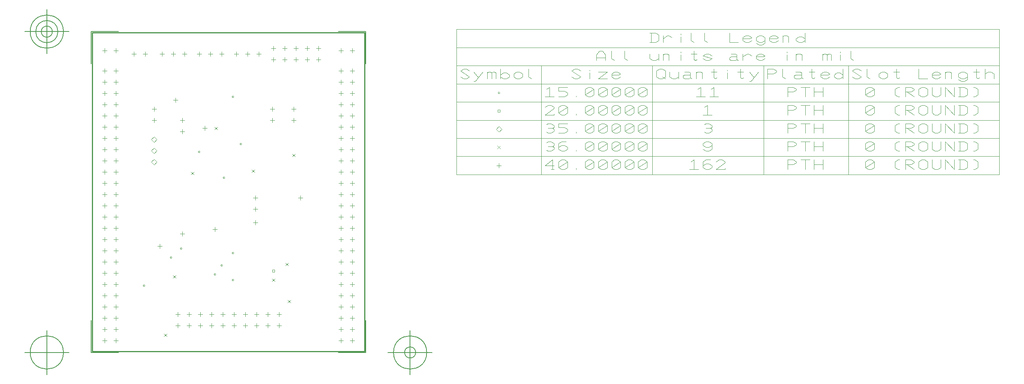
<source format=gbr>
G04 Generated by Ultiboard 13.0 *
%FSLAX25Y25*%
%MOIN*%

%ADD10C,0.00001*%
%ADD11C,0.00394*%
%ADD12C,0.00039*%
%ADD13C,0.01000*%
%ADD14C,0.00500*%


G04 ColorRGB 000000 for the following layer *
%LNDrill Symbols-Copper Top-Copper Bottom*%
%LPD*%
G54D11*
X389000Y183000D02*
X393000Y183000D01*
X391000Y181000D02*
X391000Y185000D01*
X306000Y243000D02*
X306000Y247000D01*
X304000Y245000D02*
X308000Y245000D01*
X364000Y252000D02*
X368000Y252000D01*
X366000Y250000D02*
X366000Y254000D01*
X366000Y260000D02*
X366000Y264000D01*
X364000Y262000D02*
X368000Y262000D01*
X313000Y155000D02*
X317000Y155000D01*
X315000Y153000D02*
X315000Y157000D01*
X227000Y312000D02*
X227000Y316000D01*
X225000Y314000D02*
X229000Y314000D01*
X217000Y312000D02*
X217000Y316000D01*
X215000Y314000D02*
X219000Y314000D01*
X251000Y311000D02*
X255000Y311000D01*
X253000Y309000D02*
X253000Y313000D01*
X243000Y309000D02*
X243000Y313000D01*
X241000Y311000D02*
X245000Y311000D01*
X261000Y260000D02*
X261000Y264000D01*
X259000Y262000D02*
X263000Y262000D01*
X261000Y250000D02*
X261000Y254000D01*
X259000Y252000D02*
X263000Y252000D01*
X383000Y262000D02*
X387000Y262000D01*
X385000Y260000D02*
X385000Y264000D01*
X383000Y252000D02*
X387000Y252000D01*
X385000Y250000D02*
X385000Y254000D01*
X288000Y309000D02*
X288000Y313000D01*
X286000Y311000D02*
X290000Y311000D01*
X278000Y309000D02*
X278000Y313000D01*
X276000Y311000D02*
X280000Y311000D01*
X268000Y309000D02*
X268000Y313000D01*
X266000Y311000D02*
X270000Y311000D01*
X349000Y183000D02*
X353000Y183000D01*
X351000Y181000D02*
X351000Y185000D01*
X351000Y171000D02*
X351000Y175000D01*
X349000Y173000D02*
X353000Y173000D01*
X321000Y309000D02*
X321000Y313000D01*
X319000Y311000D02*
X323000Y311000D01*
X309000Y311000D02*
X313000Y311000D01*
X311000Y309000D02*
X311000Y313000D01*
X299000Y311000D02*
X303000Y311000D01*
X301000Y309000D02*
X301000Y313000D01*
X352000Y311000D02*
X356000Y311000D01*
X354000Y309000D02*
X354000Y313000D01*
X342000Y311000D02*
X346000Y311000D01*
X344000Y309000D02*
X344000Y313000D01*
X332000Y311000D02*
X336000Y311000D01*
X334000Y309000D02*
X334000Y313000D01*
X351000Y159000D02*
X351000Y163000D01*
X349000Y161000D02*
X353000Y161000D01*
X264000Y140000D02*
X268000Y140000D01*
X266000Y138000D02*
X266000Y142000D01*
X370000Y79400D02*
X374000Y79400D01*
X372000Y77400D02*
X372000Y81400D01*
X342000Y77400D02*
X342000Y81400D01*
X340000Y79400D02*
X344000Y79400D01*
X352000Y77400D02*
X352000Y81400D01*
X350000Y79400D02*
X354000Y79400D01*
X360000Y79400D02*
X364000Y79400D01*
X362000Y77400D02*
X362000Y81400D01*
X322000Y77400D02*
X322000Y81400D01*
X320000Y79400D02*
X324000Y79400D01*
X332000Y77400D02*
X332000Y81400D01*
X330000Y79400D02*
X334000Y79400D01*
X312000Y77400D02*
X312000Y81400D01*
X310000Y79400D02*
X314000Y79400D01*
X370000Y69400D02*
X374000Y69400D01*
X372000Y67400D02*
X372000Y71400D01*
X340000Y69400D02*
X344000Y69400D01*
X342000Y67400D02*
X342000Y71400D01*
X352000Y67400D02*
X352000Y71400D01*
X350000Y69400D02*
X354000Y69400D01*
X360000Y69400D02*
X364000Y69400D01*
X362000Y67400D02*
X362000Y71400D01*
X322000Y67400D02*
X322000Y71400D01*
X320000Y69400D02*
X324000Y69400D01*
X330000Y69400D02*
X334000Y69400D01*
X332000Y67400D02*
X332000Y71400D01*
X312000Y67400D02*
X312000Y71400D01*
X310000Y69400D02*
X314000Y69400D01*
X290000Y79400D02*
X294000Y79400D01*
X292000Y77400D02*
X292000Y81400D01*
X302000Y77400D02*
X302000Y81400D01*
X300000Y79400D02*
X304000Y79400D01*
X280000Y79400D02*
X284000Y79400D01*
X282000Y77400D02*
X282000Y81400D01*
X290000Y69400D02*
X294000Y69400D01*
X292000Y67400D02*
X292000Y71400D01*
X300000Y69400D02*
X304000Y69400D01*
X302000Y67400D02*
X302000Y71400D01*
X282000Y67400D02*
X282000Y71400D01*
X280000Y69400D02*
X284000Y69400D01*
X387100Y304000D02*
X387100Y308000D01*
X385100Y306000D02*
X389100Y306000D01*
X387100Y314000D02*
X387100Y318000D01*
X385100Y316000D02*
X389100Y316000D01*
X407100Y304000D02*
X407100Y308000D01*
X405100Y306000D02*
X409100Y306000D01*
X407100Y314000D02*
X407100Y318000D01*
X405100Y316000D02*
X409100Y316000D01*
X395100Y306000D02*
X399100Y306000D01*
X397100Y304000D02*
X397100Y308000D01*
X397100Y314000D02*
X397100Y318000D01*
X395100Y316000D02*
X399100Y316000D01*
X365100Y316000D02*
X369100Y316000D01*
X367100Y314000D02*
X367100Y318000D01*
X365100Y306000D02*
X369100Y306000D01*
X367100Y304000D02*
X367100Y308000D01*
X375100Y306000D02*
X379100Y306000D01*
X377100Y304000D02*
X377100Y308000D01*
X377100Y314000D02*
X377100Y318000D01*
X375100Y316000D02*
X379100Y316000D01*
X225000Y146000D02*
X229000Y146000D01*
X227000Y144000D02*
X227000Y148000D01*
X217000Y144000D02*
X217000Y148000D01*
X215000Y146000D02*
X219000Y146000D01*
X227000Y84000D02*
X227000Y88000D01*
X225000Y86000D02*
X229000Y86000D01*
X217000Y84000D02*
X217000Y88000D01*
X215000Y86000D02*
X219000Y86000D01*
X225000Y66000D02*
X229000Y66000D01*
X227000Y64000D02*
X227000Y68000D01*
X227000Y54000D02*
X227000Y58000D01*
X225000Y56000D02*
X229000Y56000D01*
X227000Y74000D02*
X227000Y78000D01*
X225000Y76000D02*
X229000Y76000D01*
X217000Y54000D02*
X217000Y58000D01*
X215000Y56000D02*
X219000Y56000D01*
X217000Y64000D02*
X217000Y68000D01*
X215000Y66000D02*
X219000Y66000D01*
X217000Y74000D02*
X217000Y78000D01*
X215000Y76000D02*
X219000Y76000D01*
X225000Y116000D02*
X229000Y116000D01*
X227000Y114000D02*
X227000Y118000D01*
X225000Y96000D02*
X229000Y96000D01*
X227000Y94000D02*
X227000Y98000D01*
X225000Y106000D02*
X229000Y106000D01*
X227000Y104000D02*
X227000Y108000D01*
X225000Y126000D02*
X229000Y126000D01*
X227000Y124000D02*
X227000Y128000D01*
X227000Y134000D02*
X227000Y138000D01*
X225000Y136000D02*
X229000Y136000D01*
X215000Y116000D02*
X219000Y116000D01*
X217000Y114000D02*
X217000Y118000D01*
X215000Y106000D02*
X219000Y106000D01*
X217000Y104000D02*
X217000Y108000D01*
X217000Y94000D02*
X217000Y98000D01*
X215000Y96000D02*
X219000Y96000D01*
X215000Y136000D02*
X219000Y136000D01*
X217000Y134000D02*
X217000Y138000D01*
X215000Y126000D02*
X219000Y126000D01*
X217000Y124000D02*
X217000Y128000D01*
X227000Y274000D02*
X227000Y278000D01*
X225000Y276000D02*
X229000Y276000D01*
X217000Y274000D02*
X217000Y278000D01*
X215000Y276000D02*
X219000Y276000D01*
X227000Y214000D02*
X227000Y218000D01*
X225000Y216000D02*
X229000Y216000D01*
X217000Y214000D02*
X217000Y218000D01*
X215000Y216000D02*
X219000Y216000D01*
X227000Y204000D02*
X227000Y208000D01*
X225000Y206000D02*
X229000Y206000D01*
X227000Y174000D02*
X227000Y178000D01*
X225000Y176000D02*
X229000Y176000D01*
X225000Y156000D02*
X229000Y156000D01*
X227000Y154000D02*
X227000Y158000D01*
X225000Y166000D02*
X229000Y166000D01*
X227000Y164000D02*
X227000Y168000D01*
X225000Y196000D02*
X229000Y196000D01*
X227000Y194000D02*
X227000Y198000D01*
X227000Y184000D02*
X227000Y188000D01*
X225000Y186000D02*
X229000Y186000D01*
X217000Y164000D02*
X217000Y168000D01*
X215000Y166000D02*
X219000Y166000D01*
X215000Y156000D02*
X219000Y156000D01*
X217000Y154000D02*
X217000Y158000D01*
X217000Y174000D02*
X217000Y178000D01*
X215000Y176000D02*
X219000Y176000D01*
X217000Y194000D02*
X217000Y198000D01*
X215000Y196000D02*
X219000Y196000D01*
X217000Y184000D02*
X217000Y188000D01*
X215000Y186000D02*
X219000Y186000D01*
X217000Y204000D02*
X217000Y208000D01*
X215000Y206000D02*
X219000Y206000D01*
X225000Y236000D02*
X229000Y236000D01*
X227000Y234000D02*
X227000Y238000D01*
X225000Y226000D02*
X229000Y226000D01*
X227000Y224000D02*
X227000Y228000D01*
X225000Y256000D02*
X229000Y256000D01*
X227000Y254000D02*
X227000Y258000D01*
X227000Y244000D02*
X227000Y248000D01*
X225000Y246000D02*
X229000Y246000D01*
X225000Y266000D02*
X229000Y266000D01*
X227000Y264000D02*
X227000Y268000D01*
X217000Y244000D02*
X217000Y248000D01*
X215000Y246000D02*
X219000Y246000D01*
X215000Y226000D02*
X219000Y226000D01*
X217000Y224000D02*
X217000Y228000D01*
X215000Y236000D02*
X219000Y236000D01*
X217000Y234000D02*
X217000Y238000D01*
X215000Y256000D02*
X219000Y256000D01*
X217000Y254000D02*
X217000Y258000D01*
X217000Y264000D02*
X217000Y268000D01*
X215000Y266000D02*
X219000Y266000D01*
X227000Y284000D02*
X227000Y288000D01*
X225000Y286000D02*
X229000Y286000D01*
X225000Y296000D02*
X229000Y296000D01*
X227000Y294000D02*
X227000Y298000D01*
X217000Y284000D02*
X217000Y288000D01*
X215000Y286000D02*
X219000Y286000D01*
X215000Y296000D02*
X219000Y296000D01*
X217000Y294000D02*
X217000Y298000D01*
X427000Y54000D02*
X427000Y58000D01*
X425000Y56000D02*
X429000Y56000D01*
X437000Y54000D02*
X437000Y58000D01*
X435000Y56000D02*
X439000Y56000D01*
X427000Y64000D02*
X427000Y68000D01*
X425000Y66000D02*
X429000Y66000D01*
X435000Y66000D02*
X439000Y66000D01*
X437000Y64000D02*
X437000Y68000D01*
X427000Y74000D02*
X427000Y78000D01*
X425000Y76000D02*
X429000Y76000D01*
X435000Y76000D02*
X439000Y76000D01*
X437000Y74000D02*
X437000Y78000D01*
X425000Y86000D02*
X429000Y86000D01*
X427000Y84000D02*
X427000Y88000D01*
X435000Y86000D02*
X439000Y86000D01*
X437000Y84000D02*
X437000Y88000D01*
X427000Y94000D02*
X427000Y98000D01*
X425000Y96000D02*
X429000Y96000D01*
X435000Y96000D02*
X439000Y96000D01*
X437000Y94000D02*
X437000Y98000D01*
X437000Y144000D02*
X437000Y148000D01*
X435000Y146000D02*
X439000Y146000D01*
X425000Y146000D02*
X429000Y146000D01*
X427000Y144000D02*
X427000Y148000D01*
X437000Y114000D02*
X437000Y118000D01*
X435000Y116000D02*
X439000Y116000D01*
X435000Y106000D02*
X439000Y106000D01*
X437000Y104000D02*
X437000Y108000D01*
X437000Y124000D02*
X437000Y128000D01*
X435000Y126000D02*
X439000Y126000D01*
X437000Y134000D02*
X437000Y138000D01*
X435000Y136000D02*
X439000Y136000D01*
X425000Y116000D02*
X429000Y116000D01*
X427000Y114000D02*
X427000Y118000D01*
X425000Y106000D02*
X429000Y106000D01*
X427000Y104000D02*
X427000Y108000D01*
X427000Y134000D02*
X427000Y138000D01*
X425000Y136000D02*
X429000Y136000D01*
X427000Y124000D02*
X427000Y128000D01*
X425000Y126000D02*
X429000Y126000D01*
X435000Y276000D02*
X439000Y276000D01*
X437000Y274000D02*
X437000Y278000D01*
X427000Y274000D02*
X427000Y278000D01*
X425000Y276000D02*
X429000Y276000D01*
X437000Y214000D02*
X437000Y218000D01*
X435000Y216000D02*
X439000Y216000D01*
X427000Y214000D02*
X427000Y218000D01*
X425000Y216000D02*
X429000Y216000D01*
X437000Y204000D02*
X437000Y208000D01*
X435000Y206000D02*
X439000Y206000D01*
X435000Y176000D02*
X439000Y176000D01*
X437000Y174000D02*
X437000Y178000D01*
X437000Y154000D02*
X437000Y158000D01*
X435000Y156000D02*
X439000Y156000D01*
X437000Y164000D02*
X437000Y168000D01*
X435000Y166000D02*
X439000Y166000D01*
X437000Y194000D02*
X437000Y198000D01*
X435000Y196000D02*
X439000Y196000D01*
X437000Y184000D02*
X437000Y188000D01*
X435000Y186000D02*
X439000Y186000D01*
X425000Y166000D02*
X429000Y166000D01*
X427000Y164000D02*
X427000Y168000D01*
X427000Y154000D02*
X427000Y158000D01*
X425000Y156000D02*
X429000Y156000D01*
X425000Y176000D02*
X429000Y176000D01*
X427000Y174000D02*
X427000Y178000D01*
X425000Y196000D02*
X429000Y196000D01*
X427000Y194000D02*
X427000Y198000D01*
X427000Y184000D02*
X427000Y188000D01*
X425000Y186000D02*
X429000Y186000D01*
X425000Y206000D02*
X429000Y206000D01*
X427000Y204000D02*
X427000Y208000D01*
X437000Y234000D02*
X437000Y238000D01*
X435000Y236000D02*
X439000Y236000D01*
X437000Y224000D02*
X437000Y228000D01*
X435000Y226000D02*
X439000Y226000D01*
X437000Y254000D02*
X437000Y258000D01*
X435000Y256000D02*
X439000Y256000D01*
X435000Y246000D02*
X439000Y246000D01*
X437000Y244000D02*
X437000Y248000D01*
X437000Y264000D02*
X437000Y268000D01*
X435000Y266000D02*
X439000Y266000D01*
X425000Y246000D02*
X429000Y246000D01*
X427000Y244000D02*
X427000Y248000D01*
X425000Y226000D02*
X429000Y226000D01*
X427000Y224000D02*
X427000Y228000D01*
X427000Y234000D02*
X427000Y238000D01*
X425000Y236000D02*
X429000Y236000D01*
X425000Y256000D02*
X429000Y256000D01*
X427000Y254000D02*
X427000Y258000D01*
X425000Y266000D02*
X429000Y266000D01*
X427000Y264000D02*
X427000Y268000D01*
X435000Y286000D02*
X439000Y286000D01*
X437000Y284000D02*
X437000Y288000D01*
X435000Y296000D02*
X439000Y296000D01*
X437000Y294000D02*
X437000Y298000D01*
X425000Y286000D02*
X429000Y286000D01*
X427000Y284000D02*
X427000Y288000D01*
X427000Y294000D02*
X427000Y298000D01*
X425000Y296000D02*
X429000Y296000D01*
X425000Y314000D02*
X429000Y314000D01*
X427000Y312000D02*
X427000Y316000D01*
X435000Y314000D02*
X439000Y314000D01*
X437000Y312000D02*
X437000Y316000D01*
X280000Y268000D02*
X280000Y272000D01*
X278000Y270000D02*
X282000Y270000D01*
X284000Y151000D02*
X288000Y151000D01*
X286000Y149000D02*
X286000Y153000D01*
X286000Y240000D02*
X286000Y244000D01*
X284000Y242000D02*
X288000Y242000D01*
X284000Y252000D02*
X288000Y252000D01*
X286000Y250000D02*
X286000Y254000D01*
X565433Y211906D02*
X569433Y211906D01*
X567433Y209906D02*
X567433Y213906D01*
X616383Y211906D02*
X608509Y211906D01*
X615071Y216967D01*
X615071Y208531D01*
X613759Y208531D02*
X616383Y208531D01*
X620320Y215280D02*
X622945Y216967D01*
X625570Y216967D01*
X628194Y215280D01*
X628194Y210218D01*
X625570Y208531D01*
X622945Y208531D01*
X620320Y210218D01*
X620320Y215280D01*
X628194Y215280D02*
X620320Y210218D01*
X636068Y208531D02*
X636068Y209375D01*
X643942Y215280D02*
X646567Y216967D01*
X649192Y216967D01*
X651816Y215280D01*
X651816Y210218D01*
X649192Y208531D01*
X646567Y208531D01*
X643942Y210218D01*
X643942Y215280D01*
X651816Y215280D02*
X643942Y210218D01*
X655753Y215280D02*
X658378Y216967D01*
X661003Y216967D01*
X663627Y215280D01*
X663627Y210218D01*
X661003Y208531D01*
X658378Y208531D01*
X655753Y210218D01*
X655753Y215280D01*
X663627Y215280D02*
X655753Y210218D01*
X667564Y215280D02*
X670189Y216967D01*
X672814Y216967D01*
X675438Y215280D01*
X675438Y210218D01*
X672814Y208531D01*
X670189Y208531D01*
X667564Y210218D01*
X667564Y215280D01*
X675438Y215280D02*
X667564Y210218D01*
X679375Y215280D02*
X682000Y216967D01*
X684625Y216967D01*
X687249Y215280D01*
X687249Y210218D01*
X684625Y208531D01*
X682000Y208531D01*
X679375Y210218D01*
X679375Y215280D01*
X687249Y215280D02*
X679375Y210218D01*
X691186Y215280D02*
X693811Y216967D01*
X696436Y216967D01*
X699060Y215280D01*
X699060Y210218D01*
X696436Y208531D01*
X693811Y208531D01*
X691186Y210218D01*
X691186Y215280D01*
X699060Y215280D02*
X691186Y210218D01*
X738168Y215280D02*
X740793Y216967D01*
X740793Y208531D01*
X736856Y208531D02*
X744730Y208531D01*
X755228Y216967D02*
X751291Y216967D01*
X748667Y215280D01*
X748667Y211906D01*
X748667Y210218D01*
X751291Y208531D01*
X753916Y208531D01*
X756541Y210218D01*
X756541Y211906D01*
X753916Y213593D01*
X751291Y213593D01*
X748667Y211906D01*
X760478Y215280D02*
X763102Y216967D01*
X765727Y216967D01*
X768352Y215280D01*
X768352Y214436D01*
X760478Y208531D01*
X768352Y208531D01*
X768352Y209375D01*
X823864Y208531D02*
X823864Y216967D01*
X829113Y216967D01*
X831738Y215280D01*
X831738Y214436D01*
X829113Y212749D01*
X823864Y212749D01*
X839612Y208531D02*
X839612Y216967D01*
X835675Y216967D02*
X843549Y216967D01*
X847486Y208531D02*
X847486Y216967D01*
X855360Y208531D02*
X855360Y216967D01*
X847486Y212749D02*
X855360Y212749D01*
X893155Y215280D02*
X895780Y216967D01*
X898404Y216967D01*
X901029Y215280D01*
X901029Y210218D01*
X898404Y208531D01*
X895780Y208531D01*
X893155Y210218D01*
X893155Y215280D01*
X901029Y215280D02*
X893155Y210218D01*
X923339Y208531D02*
X922026Y208531D01*
X919402Y210218D01*
X919402Y215280D01*
X922026Y216967D01*
X923339Y216967D01*
X928588Y208531D02*
X928588Y216967D01*
X933837Y216967D01*
X936462Y215280D01*
X936462Y214436D01*
X933837Y212749D01*
X928588Y212749D01*
X929900Y212749D02*
X936462Y208531D01*
X940399Y210218D02*
X943024Y208531D01*
X945648Y208531D01*
X948273Y210218D01*
X948273Y215280D01*
X945648Y216967D01*
X943024Y216967D01*
X940399Y215280D01*
X940399Y210218D01*
X952210Y216967D02*
X952210Y210218D01*
X954835Y208531D01*
X957459Y208531D01*
X960084Y210218D01*
X960084Y216967D01*
X964021Y208531D02*
X964021Y216967D01*
X971895Y208531D01*
X971895Y216967D01*
X975832Y208531D02*
X981081Y208531D01*
X983706Y210218D01*
X983706Y215280D01*
X981081Y216967D01*
X975832Y216967D01*
X977144Y216967D02*
X977144Y208531D01*
X988955Y216967D02*
X990268Y216967D01*
X992892Y215280D01*
X992892Y210218D01*
X990268Y208531D01*
X988955Y208531D01*
X609822Y232265D02*
X611134Y233109D01*
X613759Y233109D01*
X616383Y231422D01*
X616383Y229735D01*
X615071Y228891D01*
X616383Y228047D01*
X616383Y226360D01*
X613759Y224673D01*
X611134Y224673D01*
X609822Y225516D01*
X611134Y228891D02*
X615071Y228891D01*
X626882Y233109D02*
X622945Y233109D01*
X620320Y231422D01*
X620320Y228047D01*
X620320Y226360D01*
X622945Y224673D01*
X625570Y224673D01*
X628194Y226360D01*
X628194Y228047D01*
X625570Y229735D01*
X622945Y229735D01*
X620320Y228047D01*
X636068Y224673D02*
X636068Y225516D01*
X643942Y231422D02*
X646567Y233109D01*
X649192Y233109D01*
X651816Y231422D01*
X651816Y226360D01*
X649192Y224673D01*
X646567Y224673D01*
X643942Y226360D01*
X643942Y231422D01*
X651816Y231422D02*
X643942Y226360D01*
X655753Y231422D02*
X658378Y233109D01*
X661003Y233109D01*
X663627Y231422D01*
X663627Y226360D01*
X661003Y224673D01*
X658378Y224673D01*
X655753Y226360D01*
X655753Y231422D01*
X663627Y231422D02*
X655753Y226360D01*
X667564Y231422D02*
X670189Y233109D01*
X672814Y233109D01*
X675438Y231422D01*
X675438Y226360D01*
X672814Y224673D01*
X670189Y224673D01*
X667564Y226360D01*
X667564Y231422D01*
X675438Y231422D02*
X667564Y226360D01*
X679375Y231422D02*
X682000Y233109D01*
X684625Y233109D01*
X687249Y231422D01*
X687249Y226360D01*
X684625Y224673D01*
X682000Y224673D01*
X679375Y226360D01*
X679375Y231422D01*
X687249Y231422D02*
X679375Y226360D01*
X691186Y231422D02*
X693811Y233109D01*
X696436Y233109D01*
X699060Y231422D01*
X699060Y226360D01*
X696436Y224673D01*
X693811Y224673D01*
X691186Y226360D01*
X691186Y231422D01*
X699060Y231422D02*
X691186Y226360D01*
X748667Y226360D02*
X751291Y224673D01*
X753916Y224673D01*
X756541Y226360D01*
X756541Y229735D01*
X756541Y231422D01*
X753916Y233109D01*
X751291Y233109D01*
X748667Y231422D01*
X748667Y229735D01*
X751291Y228047D01*
X753916Y228047D01*
X756541Y229735D01*
X823864Y224673D02*
X823864Y233109D01*
X829113Y233109D01*
X831738Y231422D01*
X831738Y230578D01*
X829113Y228891D01*
X823864Y228891D01*
X839612Y224673D02*
X839612Y233109D01*
X835675Y233109D02*
X843549Y233109D01*
X847486Y224673D02*
X847486Y233109D01*
X855360Y224673D02*
X855360Y233109D01*
X847486Y228891D02*
X855360Y228891D01*
X893155Y231422D02*
X895780Y233109D01*
X898404Y233109D01*
X901029Y231422D01*
X901029Y226360D01*
X898404Y224673D01*
X895780Y224673D01*
X893155Y226360D01*
X893155Y231422D01*
X901029Y231422D02*
X893155Y226360D01*
X923339Y224673D02*
X922026Y224673D01*
X919402Y226360D01*
X919402Y231422D01*
X922026Y233109D01*
X923339Y233109D01*
X928588Y224673D02*
X928588Y233109D01*
X933837Y233109D01*
X936462Y231422D01*
X936462Y230578D01*
X933837Y228891D01*
X928588Y228891D01*
X929900Y228891D02*
X936462Y224673D01*
X940399Y226360D02*
X943024Y224673D01*
X945648Y224673D01*
X948273Y226360D01*
X948273Y231422D01*
X945648Y233109D01*
X943024Y233109D01*
X940399Y231422D01*
X940399Y226360D01*
X952210Y233109D02*
X952210Y226360D01*
X954835Y224673D01*
X957459Y224673D01*
X960084Y226360D01*
X960084Y233109D01*
X964021Y224673D02*
X964021Y233109D01*
X971895Y224673D01*
X971895Y233109D01*
X975832Y224673D02*
X981081Y224673D01*
X983706Y226360D01*
X983706Y231422D01*
X981081Y233109D01*
X975832Y233109D01*
X977144Y233109D02*
X977144Y224673D01*
X988955Y233109D02*
X990268Y233109D01*
X992892Y231422D01*
X992892Y226360D01*
X990268Y224673D01*
X988955Y224673D01*
X609822Y248407D02*
X611134Y249251D01*
X613759Y249251D01*
X616383Y247564D01*
X616383Y245876D01*
X615071Y245033D01*
X616383Y244189D01*
X616383Y242502D01*
X613759Y240814D01*
X611134Y240814D01*
X609822Y241658D01*
X611134Y245033D02*
X615071Y245033D01*
X628194Y249251D02*
X620320Y249251D01*
X620320Y245876D01*
X625570Y245876D01*
X628194Y244189D01*
X628194Y242502D01*
X625570Y240814D01*
X620320Y240814D01*
X636068Y240814D02*
X636068Y241658D01*
X643942Y247564D02*
X646567Y249251D01*
X649192Y249251D01*
X651816Y247564D01*
X651816Y242502D01*
X649192Y240814D01*
X646567Y240814D01*
X643942Y242502D01*
X643942Y247564D01*
X651816Y247564D02*
X643942Y242502D01*
X655753Y247564D02*
X658378Y249251D01*
X661003Y249251D01*
X663627Y247564D01*
X663627Y242502D01*
X661003Y240814D01*
X658378Y240814D01*
X655753Y242502D01*
X655753Y247564D01*
X663627Y247564D02*
X655753Y242502D01*
X667564Y247564D02*
X670189Y249251D01*
X672814Y249251D01*
X675438Y247564D01*
X675438Y242502D01*
X672814Y240814D01*
X670189Y240814D01*
X667564Y242502D01*
X667564Y247564D01*
X675438Y247564D02*
X667564Y242502D01*
X679375Y247564D02*
X682000Y249251D01*
X684625Y249251D01*
X687249Y247564D01*
X687249Y242502D01*
X684625Y240814D01*
X682000Y240814D01*
X679375Y242502D01*
X679375Y247564D01*
X687249Y247564D02*
X679375Y242502D01*
X691186Y247564D02*
X693811Y249251D01*
X696436Y249251D01*
X699060Y247564D01*
X699060Y242502D01*
X696436Y240814D01*
X693811Y240814D01*
X691186Y242502D01*
X691186Y247564D01*
X699060Y247564D02*
X691186Y242502D01*
X749979Y248407D02*
X751291Y249251D01*
X753916Y249251D01*
X756541Y247564D01*
X756541Y245876D01*
X755228Y245033D01*
X756541Y244189D01*
X756541Y242502D01*
X753916Y240814D01*
X751291Y240814D01*
X749979Y241658D01*
X751291Y245033D02*
X755228Y245033D01*
X823864Y240814D02*
X823864Y249251D01*
X829113Y249251D01*
X831738Y247564D01*
X831738Y246720D01*
X829113Y245033D01*
X823864Y245033D01*
X839612Y240814D02*
X839612Y249251D01*
X835675Y249251D02*
X843549Y249251D01*
X847486Y240814D02*
X847486Y249251D01*
X855360Y240814D02*
X855360Y249251D01*
X847486Y245033D02*
X855360Y245033D01*
X893155Y247564D02*
X895780Y249251D01*
X898404Y249251D01*
X901029Y247564D01*
X901029Y242502D01*
X898404Y240814D01*
X895780Y240814D01*
X893155Y242502D01*
X893155Y247564D01*
X901029Y247564D02*
X893155Y242502D01*
X923339Y240814D02*
X922026Y240814D01*
X919402Y242502D01*
X919402Y247564D01*
X922026Y249251D01*
X923339Y249251D01*
X928588Y240814D02*
X928588Y249251D01*
X933837Y249251D01*
X936462Y247564D01*
X936462Y246720D01*
X933837Y245033D01*
X928588Y245033D01*
X929900Y245033D02*
X936462Y240814D01*
X940399Y242502D02*
X943024Y240814D01*
X945648Y240814D01*
X948273Y242502D01*
X948273Y247564D01*
X945648Y249251D01*
X943024Y249251D01*
X940399Y247564D01*
X940399Y242502D01*
X952210Y249251D02*
X952210Y242502D01*
X954835Y240814D01*
X957459Y240814D01*
X960084Y242502D01*
X960084Y249251D01*
X964021Y240814D02*
X964021Y249251D01*
X971895Y240814D01*
X971895Y249251D01*
X975832Y240814D02*
X981081Y240814D01*
X983706Y242502D01*
X983706Y247564D01*
X981081Y249251D01*
X975832Y249251D01*
X977144Y249251D02*
X977144Y240814D01*
X988955Y249251D02*
X990268Y249251D01*
X992892Y247564D01*
X992892Y242502D01*
X990268Y240814D01*
X988955Y240814D01*
X608509Y263705D02*
X611134Y265393D01*
X613759Y265393D01*
X616383Y263705D01*
X616383Y262862D01*
X608509Y256956D01*
X616383Y256956D01*
X616383Y257800D01*
X620320Y263705D02*
X622945Y265393D01*
X625570Y265393D01*
X628194Y263705D01*
X628194Y258643D01*
X625570Y256956D01*
X622945Y256956D01*
X620320Y258643D01*
X620320Y263705D01*
X628194Y263705D02*
X620320Y258643D01*
X636068Y256956D02*
X636068Y257800D01*
X643942Y263705D02*
X646567Y265393D01*
X649192Y265393D01*
X651816Y263705D01*
X651816Y258643D01*
X649192Y256956D01*
X646567Y256956D01*
X643942Y258643D01*
X643942Y263705D01*
X651816Y263705D02*
X643942Y258643D01*
X655753Y263705D02*
X658378Y265393D01*
X661003Y265393D01*
X663627Y263705D01*
X663627Y258643D01*
X661003Y256956D01*
X658378Y256956D01*
X655753Y258643D01*
X655753Y263705D01*
X663627Y263705D02*
X655753Y258643D01*
X667564Y263705D02*
X670189Y265393D01*
X672814Y265393D01*
X675438Y263705D01*
X675438Y258643D01*
X672814Y256956D01*
X670189Y256956D01*
X667564Y258643D01*
X667564Y263705D01*
X675438Y263705D02*
X667564Y258643D01*
X679375Y263705D02*
X682000Y265393D01*
X684625Y265393D01*
X687249Y263705D01*
X687249Y258643D01*
X684625Y256956D01*
X682000Y256956D01*
X679375Y258643D01*
X679375Y263705D01*
X687249Y263705D02*
X679375Y258643D01*
X691186Y263705D02*
X693811Y265393D01*
X696436Y265393D01*
X699060Y263705D01*
X699060Y258643D01*
X696436Y256956D01*
X693811Y256956D01*
X691186Y258643D01*
X691186Y263705D01*
X699060Y263705D02*
X691186Y258643D01*
X749979Y263705D02*
X752604Y265393D01*
X752604Y256956D01*
X748667Y256956D02*
X756541Y256956D01*
X823864Y256956D02*
X823864Y265393D01*
X829113Y265393D01*
X831738Y263705D01*
X831738Y262862D01*
X829113Y261174D01*
X823864Y261174D01*
X839612Y256956D02*
X839612Y265393D01*
X835675Y265393D02*
X843549Y265393D01*
X847486Y256956D02*
X847486Y265393D01*
X855360Y256956D02*
X855360Y265393D01*
X847486Y261174D02*
X855360Y261174D01*
X893155Y263705D02*
X895780Y265393D01*
X898404Y265393D01*
X901029Y263705D01*
X901029Y258643D01*
X898404Y256956D01*
X895780Y256956D01*
X893155Y258643D01*
X893155Y263705D01*
X901029Y263705D02*
X893155Y258643D01*
X923339Y256956D02*
X922026Y256956D01*
X919402Y258643D01*
X919402Y263705D01*
X922026Y265393D01*
X923339Y265393D01*
X928588Y256956D02*
X928588Y265393D01*
X933837Y265393D01*
X936462Y263705D01*
X936462Y262862D01*
X933837Y261174D01*
X928588Y261174D01*
X929900Y261174D02*
X936462Y256956D01*
X940399Y258643D02*
X943024Y256956D01*
X945648Y256956D01*
X948273Y258643D01*
X948273Y263705D01*
X945648Y265393D01*
X943024Y265393D01*
X940399Y263705D01*
X940399Y258643D01*
X952210Y265393D02*
X952210Y258643D01*
X954835Y256956D01*
X957459Y256956D01*
X960084Y258643D01*
X960084Y265393D01*
X964021Y256956D02*
X964021Y265393D01*
X971895Y256956D01*
X971895Y265393D01*
X975832Y256956D02*
X981081Y256956D01*
X983706Y258643D01*
X983706Y263705D01*
X981081Y265393D01*
X975832Y265393D01*
X977144Y265393D02*
X977144Y256956D01*
X988955Y265393D02*
X990268Y265393D01*
X992892Y263705D01*
X992892Y258643D01*
X990268Y256956D01*
X988955Y256956D01*
X609822Y279847D02*
X612446Y281534D01*
X612446Y273098D01*
X608509Y273098D02*
X616383Y273098D01*
X628194Y281534D02*
X620320Y281534D01*
X620320Y278160D01*
X625570Y278160D01*
X628194Y276472D01*
X628194Y274785D01*
X625570Y273098D01*
X620320Y273098D01*
X636068Y273098D02*
X636068Y273942D01*
X643942Y279847D02*
X646567Y281534D01*
X649192Y281534D01*
X651816Y279847D01*
X651816Y274785D01*
X649192Y273098D01*
X646567Y273098D01*
X643942Y274785D01*
X643942Y279847D01*
X651816Y279847D02*
X643942Y274785D01*
X655753Y279847D02*
X658378Y281534D01*
X661003Y281534D01*
X663627Y279847D01*
X663627Y274785D01*
X661003Y273098D01*
X658378Y273098D01*
X655753Y274785D01*
X655753Y279847D01*
X663627Y279847D02*
X655753Y274785D01*
X667564Y279847D02*
X670189Y281534D01*
X672814Y281534D01*
X675438Y279847D01*
X675438Y274785D01*
X672814Y273098D01*
X670189Y273098D01*
X667564Y274785D01*
X667564Y279847D01*
X675438Y279847D02*
X667564Y274785D01*
X679375Y279847D02*
X682000Y281534D01*
X684625Y281534D01*
X687249Y279847D01*
X687249Y274785D01*
X684625Y273098D01*
X682000Y273098D01*
X679375Y274785D01*
X679375Y279847D01*
X687249Y279847D02*
X679375Y274785D01*
X691186Y279847D02*
X693811Y281534D01*
X696436Y281534D01*
X699060Y279847D01*
X699060Y274785D01*
X696436Y273098D01*
X693811Y273098D01*
X691186Y274785D01*
X691186Y279847D01*
X699060Y279847D02*
X691186Y274785D01*
X744073Y279847D02*
X746698Y281534D01*
X746698Y273098D01*
X742761Y273098D02*
X750635Y273098D01*
X755885Y279847D02*
X758509Y281534D01*
X758509Y273098D01*
X754572Y273098D02*
X762446Y273098D01*
X823864Y273098D02*
X823864Y281534D01*
X829113Y281534D01*
X831738Y279847D01*
X831738Y279003D01*
X829113Y277316D01*
X823864Y277316D01*
X839612Y273098D02*
X839612Y281534D01*
X835675Y281534D02*
X843549Y281534D01*
X847486Y273098D02*
X847486Y281534D01*
X855360Y273098D02*
X855360Y281534D01*
X847486Y277316D02*
X855360Y277316D01*
X893155Y279847D02*
X895780Y281534D01*
X898404Y281534D01*
X901029Y279847D01*
X901029Y274785D01*
X898404Y273098D01*
X895780Y273098D01*
X893155Y274785D01*
X893155Y279847D01*
X901029Y279847D02*
X893155Y274785D01*
X923339Y273098D02*
X922026Y273098D01*
X919402Y274785D01*
X919402Y279847D01*
X922026Y281534D01*
X923339Y281534D01*
X928588Y273098D02*
X928588Y281534D01*
X933837Y281534D01*
X936462Y279847D01*
X936462Y279003D01*
X933837Y277316D01*
X928588Y277316D01*
X929900Y277316D02*
X936462Y273098D01*
X940399Y274785D02*
X943024Y273098D01*
X945648Y273098D01*
X948273Y274785D01*
X948273Y279847D01*
X945648Y281534D01*
X943024Y281534D01*
X940399Y279847D01*
X940399Y274785D01*
X952210Y281534D02*
X952210Y274785D01*
X954835Y273098D01*
X957459Y273098D01*
X960084Y274785D01*
X960084Y281534D01*
X964021Y273098D02*
X964021Y281534D01*
X971895Y273098D01*
X971895Y281534D01*
X975832Y273098D02*
X981081Y273098D01*
X983706Y274785D01*
X983706Y279847D01*
X981081Y281534D01*
X975832Y281534D01*
X977144Y281534D02*
X977144Y273098D01*
X988955Y281534D02*
X990268Y281534D01*
X992892Y279847D01*
X992892Y274785D01*
X990268Y273098D01*
X988955Y273098D01*
G54D12*
X293727Y206273D02*
X296273Y203727D01*
X293727Y203727D02*
X296273Y206273D01*
X347727Y205727D02*
X350273Y208273D01*
X347727Y208273D02*
X350273Y205727D01*
X337250Y231000D02*
G75*
D01*
G02X337250Y231000I750J0*
G01*
X314727Y246273D02*
X317273Y243727D01*
X314727Y243727D02*
X317273Y246273D01*
X330250Y273000D02*
G75*
D01*
G02X330250Y273000I750J0*
G01*
X322250Y201000D02*
G75*
D01*
G02X322250Y201000I750J0*
G01*
X383727Y219727D02*
X386273Y222273D01*
X383727Y222273D02*
X386273Y219727D01*
X275250Y130000D02*
G75*
D01*
G02X275250Y130000I750J0*
G01*
X379727Y89727D02*
X382273Y92273D01*
X379727Y92273D02*
X382273Y89727D01*
X330250Y110000D02*
G75*
D01*
G02X330250Y110000I750J0*
G01*
X365727Y108727D02*
X368273Y111273D01*
X365727Y111273D02*
X368273Y108727D01*
X377727Y125273D02*
X380273Y122727D01*
X377727Y122727D02*
X380273Y125273D01*
X284250Y138000D02*
G75*
D01*
G02X284250Y138000I750J0*
G01*
X320250Y123000D02*
G75*
D01*
G02X320250Y123000I750J0*
G01*
X314250Y115000D02*
G75*
D01*
G02X314250Y115000I750J0*
G01*
X277727Y111727D02*
X280273Y114273D01*
X277727Y114273D02*
X280273Y111727D01*
X366000Y117000D02*
X368000Y117000D01*
X368000Y119000D01*
X366000Y119000D01*
X366000Y117000D01*
X251250Y105000D02*
G75*
D01*
G02X251250Y105000I750J0*
G01*
X330250Y134000D02*
G75*
D01*
G02X330250Y134000I750J0*
G01*
X269727Y59727D02*
X272273Y62273D01*
X269727Y62273D02*
X272273Y59727D01*
X300250Y224000D02*
G75*
D01*
G02X300250Y224000I750J0*
G01*
X261000Y212525D02*
X263475Y215000D01*
X261000Y217475D01*
X258525Y215000D01*
X261000Y212525D01*
X261000Y232525D02*
X263475Y235000D01*
X261000Y237475D01*
X258525Y235000D01*
X261000Y232525D01*
X261000Y222525D02*
X263475Y225000D01*
X261000Y227475D01*
X258525Y225000D01*
X261000Y222525D01*
X566160Y226774D02*
X568706Y229320D01*
X566160Y229320D02*
X568706Y226774D01*
X567433Y241714D02*
X569908Y244189D01*
X567433Y246664D01*
X564958Y244189D01*
X567433Y241714D01*
X566433Y259331D02*
X568433Y259331D01*
X568433Y261331D01*
X566433Y261331D01*
X566433Y259331D01*
X566683Y276472D02*
G75*
D01*
G02X566683Y276472I750J0*
G01*
G04 ColorRGB 00FFFF for the following layer *
%LNBoard Outline*%
%LPD*%
G54D10*
G54D13*
X206000Y46535D02*
X448126Y46535D01*
X448126Y330000D01*
X206000Y330000D01*
X206000Y46535D01*
G54D14*
X205000Y45535D02*
X205000Y74082D01*
X205000Y45535D02*
X229413Y45535D01*
X449126Y45535D02*
X424713Y45535D01*
X449126Y45535D02*
X449126Y74082D01*
X449126Y331000D02*
X449126Y302454D01*
X449126Y331000D02*
X424713Y331000D01*
X205000Y331000D02*
X229413Y331000D01*
X205000Y331000D02*
X205000Y302454D01*
X185315Y45535D02*
X145945Y45535D01*
X165630Y25850D02*
X165630Y65220D01*
X150866Y45535D02*
G75*
D01*
G02X150866Y45535I14764J0*
G01*
X468811Y45535D02*
X508181Y45535D01*
X488496Y25850D02*
X488496Y65220D01*
X473732Y45535D02*
G75*
D01*
G02X473732Y45535I14764J0*
G01*
X483575Y45535D02*
G75*
D01*
G02X483575Y45535I4921J0*
G01*
X185315Y331000D02*
X145945Y331000D01*
X165630Y311315D02*
X165630Y350685D01*
X150866Y331000D02*
G75*
D01*
G02X150866Y331000I14764J0*
G01*
X155787Y331000D02*
G75*
D01*
G02X155787Y331000I9843J0*
G01*
X160709Y331000D02*
G75*
D01*
G02X160709Y331000I4921J0*
G01*
G04 ColorRGB 66FFCC for the following layer *
%LNLegend Description*%
%LPD*%
G54D11*
X529835Y203835D02*
X1012118Y203835D01*
X1012118Y332969D01*
X529835Y332969D01*
X529835Y203835D01*
X605031Y300685D02*
X605031Y203835D01*
X703850Y300685D02*
X703850Y203835D01*
X802669Y300685D02*
X802669Y203835D01*
X877866Y300685D02*
X877866Y203835D01*
X1012118Y300685D02*
X1012118Y203835D01*
X529835Y219976D02*
X1012118Y219976D01*
X529835Y236118D02*
X1012118Y236118D01*
X529835Y252260D02*
X1012118Y252260D01*
X529835Y268402D02*
X1012118Y268402D01*
X533312Y290927D02*
X535937Y289240D01*
X538562Y289240D01*
X541186Y290927D01*
X533312Y295989D01*
X535937Y297676D01*
X538562Y297676D01*
X541186Y295989D01*
X545123Y286709D02*
X546436Y286709D01*
X552997Y295145D01*
X545123Y295145D02*
X549060Y290083D01*
X556934Y289240D02*
X556934Y294301D01*
X556934Y295145D01*
X556934Y294301D02*
X558247Y295145D01*
X559559Y295145D01*
X560871Y294301D01*
X562184Y295145D01*
X563496Y295145D01*
X564808Y294301D01*
X564808Y289240D01*
X560871Y294301D02*
X560871Y289240D01*
X568745Y290927D02*
X571370Y289240D01*
X573995Y289240D01*
X576619Y290927D01*
X576619Y292614D01*
X573995Y294301D01*
X571370Y294301D01*
X568745Y292614D01*
X568745Y297676D02*
X568745Y289240D01*
X580556Y290927D02*
X583181Y289240D01*
X585806Y289240D01*
X588430Y290927D01*
X588430Y293458D01*
X585806Y295145D01*
X583181Y295145D01*
X580556Y293458D01*
X580556Y290927D01*
X593680Y297676D02*
X593680Y290927D01*
X596304Y289240D01*
X529835Y284543D02*
X1012118Y284543D01*
X632131Y290927D02*
X634756Y289240D01*
X637381Y289240D01*
X640005Y290927D01*
X632131Y295989D01*
X634756Y297676D01*
X637381Y297676D01*
X640005Y295989D01*
X647879Y289240D02*
X647879Y294301D01*
X647879Y295989D02*
X647879Y296832D01*
X655753Y295145D02*
X663627Y295145D01*
X655753Y289240D01*
X663627Y289240D01*
X675438Y290927D02*
X672814Y289240D01*
X670189Y289240D01*
X667564Y290927D01*
X667564Y293458D01*
X670189Y295145D01*
X672814Y295145D01*
X675438Y293458D01*
X674126Y292614D01*
X667564Y292614D01*
X707328Y290927D02*
X709953Y289240D01*
X712577Y289240D01*
X715202Y290927D01*
X715202Y295989D01*
X712577Y297676D01*
X709953Y297676D01*
X707328Y295989D01*
X707328Y290927D01*
X712577Y290927D02*
X715202Y289240D01*
X719139Y295145D02*
X719139Y290927D01*
X721764Y289240D01*
X724388Y289240D01*
X727013Y290927D01*
X727013Y295145D01*
X727013Y290927D02*
X727013Y289240D01*
X732262Y295145D02*
X736199Y295145D01*
X737512Y294301D01*
X737512Y290083D01*
X736199Y289240D01*
X732262Y289240D01*
X730950Y290083D01*
X730950Y291771D01*
X732262Y292614D01*
X737512Y292614D01*
X737512Y290083D02*
X738824Y289240D01*
X742761Y289240D02*
X742761Y294301D01*
X742761Y295145D01*
X742761Y294301D02*
X744073Y295145D01*
X746698Y295145D01*
X748010Y294301D01*
X748010Y289240D01*
X761134Y290083D02*
X759822Y289240D01*
X758509Y290083D01*
X758509Y297676D01*
X755885Y295145D02*
X761134Y295145D01*
X770320Y289240D02*
X770320Y294301D01*
X770320Y295989D02*
X770320Y296832D01*
X784756Y290083D02*
X783444Y289240D01*
X782131Y290083D01*
X782131Y297676D01*
X779507Y295145D02*
X784756Y295145D01*
X790005Y286709D02*
X791318Y286709D01*
X797879Y295145D01*
X790005Y295145D02*
X793942Y290083D01*
X806147Y289240D02*
X806147Y297676D01*
X811396Y297676D01*
X814021Y295989D01*
X814021Y295145D01*
X811396Y293458D01*
X806147Y293458D01*
X819270Y297676D02*
X819270Y290927D01*
X821895Y289240D01*
X831081Y295145D02*
X835018Y295145D01*
X836331Y294301D01*
X836331Y290083D01*
X835018Y289240D01*
X831081Y289240D01*
X829769Y290083D01*
X829769Y291771D01*
X831081Y292614D01*
X836331Y292614D01*
X836331Y290083D02*
X837643Y289240D01*
X848142Y290083D02*
X846829Y289240D01*
X845517Y290083D01*
X845517Y297676D01*
X842892Y295145D02*
X848142Y295145D01*
X861265Y290927D02*
X858640Y289240D01*
X856016Y289240D01*
X853391Y290927D01*
X853391Y293458D01*
X856016Y295145D01*
X858640Y295145D01*
X861265Y293458D01*
X859953Y292614D01*
X853391Y292614D01*
X873076Y290927D02*
X870451Y289240D01*
X867827Y289240D01*
X865202Y290927D01*
X865202Y292614D01*
X867827Y294301D01*
X870451Y294301D01*
X873076Y292614D01*
X873076Y297676D02*
X873076Y289240D01*
X881344Y290927D02*
X883969Y289240D01*
X886593Y289240D01*
X889218Y290927D01*
X881344Y295989D01*
X883969Y297676D01*
X886593Y297676D01*
X889218Y295989D01*
X894467Y297676D02*
X894467Y290927D01*
X897092Y289240D01*
X904966Y290927D02*
X907591Y289240D01*
X910215Y289240D01*
X912840Y290927D01*
X912840Y293458D01*
X910215Y295145D01*
X907591Y295145D01*
X904966Y293458D01*
X904966Y290927D01*
X923339Y290083D02*
X922026Y289240D01*
X920714Y290083D01*
X920714Y297676D01*
X918089Y295145D02*
X923339Y295145D01*
X940399Y297676D02*
X940399Y289240D01*
X948273Y289240D01*
X960084Y290927D02*
X957459Y289240D01*
X954835Y289240D01*
X952210Y290927D01*
X952210Y293458D01*
X954835Y295145D01*
X957459Y295145D01*
X960084Y293458D01*
X958772Y292614D01*
X952210Y292614D01*
X964021Y289240D02*
X964021Y294301D01*
X964021Y295145D01*
X964021Y294301D02*
X965333Y295145D01*
X967958Y295145D01*
X969270Y294301D01*
X969270Y289240D01*
X975832Y288396D02*
X978457Y286709D01*
X981081Y286709D01*
X983706Y288396D01*
X983706Y290927D01*
X983706Y293458D01*
X981081Y295145D01*
X978457Y295145D01*
X975832Y293458D01*
X975832Y290927D01*
X978457Y289240D01*
X981081Y289240D01*
X983706Y290927D01*
X994205Y290083D02*
X992892Y289240D01*
X991580Y290083D01*
X991580Y297676D01*
X988955Y295145D02*
X994205Y295145D01*
X999454Y293458D02*
X1002079Y295145D01*
X1004703Y295145D01*
X1007328Y293458D01*
X1007328Y289240D01*
X999454Y297676D02*
X999454Y289240D01*
X529835Y300685D02*
X1012118Y300685D01*
X654178Y305381D02*
X654178Y310443D01*
X656803Y313818D01*
X659428Y313818D01*
X662052Y310443D01*
X662052Y305381D01*
X654178Y307912D02*
X662052Y307912D01*
X667302Y313818D02*
X667302Y307069D01*
X669927Y305381D01*
X679113Y313818D02*
X679113Y307069D01*
X681738Y305381D01*
X701423Y311287D02*
X701423Y307069D01*
X704047Y305381D01*
X706672Y305381D01*
X709297Y307069D01*
X709297Y311287D01*
X709297Y307069D02*
X709297Y305381D01*
X713234Y305381D02*
X713234Y310443D01*
X713234Y311287D01*
X713234Y310443D02*
X714546Y311287D01*
X717171Y311287D01*
X718483Y310443D01*
X718483Y305381D01*
X728982Y305381D02*
X728982Y310443D01*
X728982Y312130D02*
X728982Y312974D01*
X743417Y306225D02*
X742105Y305381D01*
X740793Y306225D01*
X740793Y313818D01*
X738168Y311287D02*
X743417Y311287D01*
X748667Y307069D02*
X751291Y305381D01*
X753916Y305381D01*
X756541Y307069D01*
X748667Y309600D01*
X751291Y311287D01*
X753916Y311287D01*
X756541Y309600D01*
X773601Y311287D02*
X777538Y311287D01*
X778850Y310443D01*
X778850Y306225D01*
X777538Y305381D01*
X773601Y305381D01*
X772289Y306225D01*
X772289Y307912D01*
X773601Y308756D01*
X778850Y308756D01*
X778850Y306225D02*
X780163Y305381D01*
X784100Y308756D02*
X788037Y311287D01*
X789349Y311287D01*
X791974Y309600D01*
X784100Y305381D02*
X784100Y311287D01*
X803785Y307069D02*
X801160Y305381D01*
X798535Y305381D01*
X795911Y307069D01*
X795911Y309600D01*
X798535Y311287D01*
X801160Y311287D01*
X803785Y309600D01*
X802472Y308756D01*
X795911Y308756D01*
X823470Y305381D02*
X823470Y310443D01*
X823470Y312130D02*
X823470Y312974D01*
X831344Y305381D02*
X831344Y310443D01*
X831344Y311287D01*
X831344Y310443D02*
X832656Y311287D01*
X835281Y311287D01*
X836593Y310443D01*
X836593Y305381D01*
X854966Y305381D02*
X854966Y310443D01*
X854966Y311287D01*
X854966Y310443D02*
X856278Y311287D01*
X857591Y311287D01*
X858903Y310443D01*
X860215Y311287D01*
X861528Y311287D01*
X862840Y310443D01*
X862840Y305381D01*
X858903Y310443D02*
X858903Y305381D01*
X870714Y305381D02*
X870714Y310443D01*
X870714Y312130D02*
X870714Y312974D01*
X879900Y313818D02*
X879900Y307069D01*
X882525Y305381D01*
X529835Y316827D02*
X1012118Y316827D01*
X701423Y321523D02*
X706672Y321523D01*
X709297Y323210D01*
X709297Y328272D01*
X706672Y329960D01*
X701423Y329960D01*
X702735Y329960D02*
X702735Y321523D01*
X713234Y324898D02*
X717171Y327429D01*
X718483Y327429D01*
X721108Y325741D01*
X713234Y321523D02*
X713234Y327429D01*
X728982Y321523D02*
X728982Y326585D01*
X728982Y328272D02*
X728982Y329116D01*
X738168Y329960D02*
X738168Y323210D01*
X740793Y321523D01*
X749979Y329960D02*
X749979Y323210D01*
X752604Y321523D01*
X772289Y329960D02*
X772289Y321523D01*
X780163Y321523D01*
X791974Y323210D02*
X789349Y321523D01*
X786724Y321523D01*
X784100Y323210D01*
X784100Y325741D01*
X786724Y327429D01*
X789349Y327429D01*
X791974Y325741D01*
X790661Y324898D01*
X784100Y324898D01*
X795911Y320679D02*
X798535Y318992D01*
X801160Y318992D01*
X803785Y320679D01*
X803785Y323210D01*
X803785Y325741D01*
X801160Y327429D01*
X798535Y327429D01*
X795911Y325741D01*
X795911Y323210D01*
X798535Y321523D01*
X801160Y321523D01*
X803785Y323210D01*
X815596Y323210D02*
X812971Y321523D01*
X810346Y321523D01*
X807722Y323210D01*
X807722Y325741D01*
X810346Y327429D01*
X812971Y327429D01*
X815596Y325741D01*
X814283Y324898D01*
X807722Y324898D01*
X819533Y321523D02*
X819533Y326585D01*
X819533Y327429D01*
X819533Y326585D02*
X820845Y327429D01*
X823470Y327429D01*
X824782Y326585D01*
X824782Y321523D01*
X839218Y323210D02*
X836593Y321523D01*
X833969Y321523D01*
X831344Y323210D01*
X831344Y324898D01*
X833969Y326585D01*
X836593Y326585D01*
X839218Y324898D01*
X839218Y329960D02*
X839218Y321523D01*

M02*

</source>
